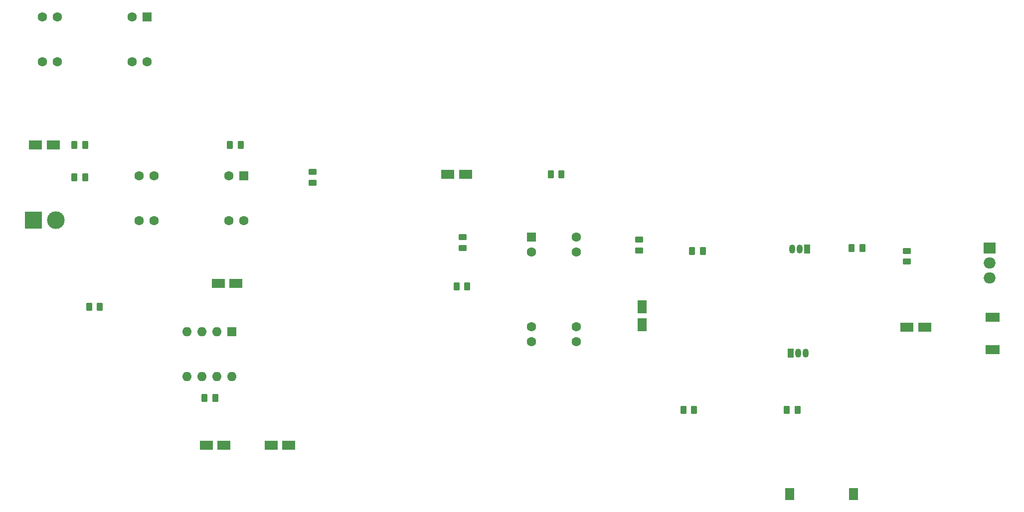
<source format=gbr>
%TF.GenerationSoftware,KiCad,Pcbnew,8.0.8*%
%TF.CreationDate,2026-01-13T22:52:37+05:30*%
%TF.ProjectId,pre audio amplifier,70726520-6175-4646-996f-20616d706c69,rev?*%
%TF.SameCoordinates,Original*%
%TF.FileFunction,Soldermask,Top*%
%TF.FilePolarity,Negative*%
%FSLAX46Y46*%
G04 Gerber Fmt 4.6, Leading zero omitted, Abs format (unit mm)*
G04 Created by KiCad (PCBNEW 8.0.8) date 2026-01-13 22:52:37*
%MOMM*%
%LPD*%
G01*
G04 APERTURE LIST*
G04 Aperture macros list*
%AMRoundRect*
0 Rectangle with rounded corners*
0 $1 Rounding radius*
0 $2 $3 $4 $5 $6 $7 $8 $9 X,Y pos of 4 corners*
0 Add a 4 corners polygon primitive as box body*
4,1,4,$2,$3,$4,$5,$6,$7,$8,$9,$2,$3,0*
0 Add four circle primitives for the rounded corners*
1,1,$1+$1,$2,$3*
1,1,$1+$1,$4,$5*
1,1,$1+$1,$6,$7*
1,1,$1+$1,$8,$9*
0 Add four rect primitives between the rounded corners*
20,1,$1+$1,$2,$3,$4,$5,0*
20,1,$1+$1,$4,$5,$6,$7,0*
20,1,$1+$1,$6,$7,$8,$9,0*
20,1,$1+$1,$8,$9,$2,$3,0*%
G04 Aperture macros list end*
%ADD10R,2.200000X1.600000*%
%ADD11R,2.400000X1.500000*%
%ADD12RoundRect,0.250000X-0.262500X-0.450000X0.262500X-0.450000X0.262500X0.450000X-0.262500X0.450000X0*%
%ADD13RoundRect,0.250000X0.262500X0.450000X-0.262500X0.450000X-0.262500X-0.450000X0.262500X-0.450000X0*%
%ADD14R,3.000000X3.000000*%
%ADD15C,3.000000*%
%ADD16R,1.050000X1.500000*%
%ADD17O,1.050000X1.500000*%
%ADD18RoundRect,0.250000X0.450000X-0.262500X0.450000X0.262500X-0.450000X0.262500X-0.450000X-0.262500X0*%
%ADD19RoundRect,0.250000X-0.450000X0.262500X-0.450000X-0.262500X0.450000X-0.262500X0.450000X0.262500X0*%
%ADD20R,1.600000X1.600000*%
%ADD21C,1.600000*%
%ADD22R,2.000000X1.905000*%
%ADD23O,2.000000X1.905000*%
%ADD24R,1.600000X2.200000*%
%ADD25R,1.500000X2.000000*%
%ADD26O,1.600000X1.600000*%
G04 APERTURE END LIST*
D10*
%TO.C,C6*%
X97000000Y-84500000D03*
X100000000Y-84500000D03*
%TD*%
%TO.C,C8*%
X178000000Y-110500000D03*
X175000000Y-110500000D03*
%TD*%
D11*
%TO.C,L1*%
X189500000Y-108750000D03*
X189500000Y-114250000D03*
%TD*%
D10*
%TO.C,C3*%
X61000000Y-103000000D03*
X58000000Y-103000000D03*
%TD*%
D12*
%TO.C,R16*%
X165587500Y-97000000D03*
X167412500Y-97000000D03*
%TD*%
D10*
%TO.C,C5*%
X56000000Y-130500000D03*
X59000000Y-130500000D03*
%TD*%
D13*
%TO.C,R7*%
X57500000Y-122500000D03*
X55675000Y-122500000D03*
%TD*%
D10*
%TO.C,C1*%
X27000000Y-79500000D03*
X30000000Y-79500000D03*
%TD*%
%TO.C,C4*%
X67000000Y-130500000D03*
X70000000Y-130500000D03*
%TD*%
D14*
%TO.C,J1*%
X26592500Y-92250000D03*
D15*
X30472500Y-92250000D03*
%TD*%
D16*
%TO.C,Q2*%
X158040000Y-97140000D03*
D17*
X156770000Y-97140000D03*
X155500000Y-97140000D03*
%TD*%
D12*
%TO.C,R9*%
X98500000Y-103500000D03*
X100325000Y-103500000D03*
%TD*%
D18*
%TO.C,R17*%
X175000000Y-99325000D03*
X175000000Y-97500000D03*
%TD*%
D13*
%TO.C,R8*%
X156412500Y-124500000D03*
X154587500Y-124500000D03*
%TD*%
D12*
%TO.C,R13*%
X137000000Y-124500000D03*
X138825000Y-124500000D03*
%TD*%
D19*
%TO.C,R11*%
X99500000Y-95175000D03*
X99500000Y-97000000D03*
%TD*%
%TO.C,R5*%
X74000000Y-84087500D03*
X74000000Y-85912500D03*
%TD*%
D20*
%TO.C,U3*%
X45890000Y-57690000D03*
D21*
X43350000Y-57690000D03*
X30650000Y-57690000D03*
X28110000Y-57690000D03*
X28110000Y-65310000D03*
X30650000Y-65310000D03*
X43350000Y-65310000D03*
X45890000Y-65310000D03*
%TD*%
D20*
%TO.C,U5*%
X111195000Y-95110000D03*
D21*
X111195000Y-97650000D03*
X111195000Y-110350000D03*
X111195000Y-112890000D03*
X118815000Y-112890000D03*
X118815000Y-110350000D03*
X118815000Y-97650000D03*
X118815000Y-95110000D03*
%TD*%
D12*
%TO.C,R15*%
X138500000Y-97500000D03*
X140325000Y-97500000D03*
%TD*%
%TO.C,R6*%
X36087500Y-107000000D03*
X37912500Y-107000000D03*
%TD*%
D13*
%TO.C,R1*%
X61825000Y-79500000D03*
X60000000Y-79500000D03*
%TD*%
D16*
%TO.C,Q4*%
X155230000Y-114860000D03*
D17*
X156500000Y-114860000D03*
X157770000Y-114860000D03*
%TD*%
D12*
%TO.C,R10*%
X114500000Y-84500000D03*
X116325000Y-84500000D03*
%TD*%
D22*
%TO.C,Q3*%
X189055000Y-96960000D03*
D23*
X189055000Y-99500000D03*
X189055000Y-102040000D03*
%TD*%
D24*
%TO.C,C7*%
X130000000Y-110000000D03*
X130000000Y-107000000D03*
%TD*%
D12*
%TO.C,R4*%
X33587500Y-79500000D03*
X35412500Y-79500000D03*
%TD*%
D25*
%TO.C,LS1*%
X155100000Y-138800000D03*
X165900000Y-138800000D03*
%TD*%
D12*
%TO.C,R3*%
X33587500Y-85000000D03*
X35412500Y-85000000D03*
%TD*%
D18*
%TO.C,R12*%
X129500000Y-97412500D03*
X129500000Y-95587500D03*
%TD*%
D20*
%TO.C,U4*%
X62390000Y-84690000D03*
D21*
X59850000Y-84690000D03*
X47150000Y-84690000D03*
X44610000Y-84690000D03*
X44610000Y-92310000D03*
X47150000Y-92310000D03*
X59850000Y-92310000D03*
X62390000Y-92310000D03*
%TD*%
D20*
%TO.C,U2*%
X60300000Y-111200000D03*
D26*
X57760000Y-111200000D03*
X55220000Y-111200000D03*
X52680000Y-111200000D03*
X52680000Y-118820000D03*
X55220000Y-118820000D03*
X57760000Y-118820000D03*
X60300000Y-118820000D03*
%TD*%
M02*

</source>
